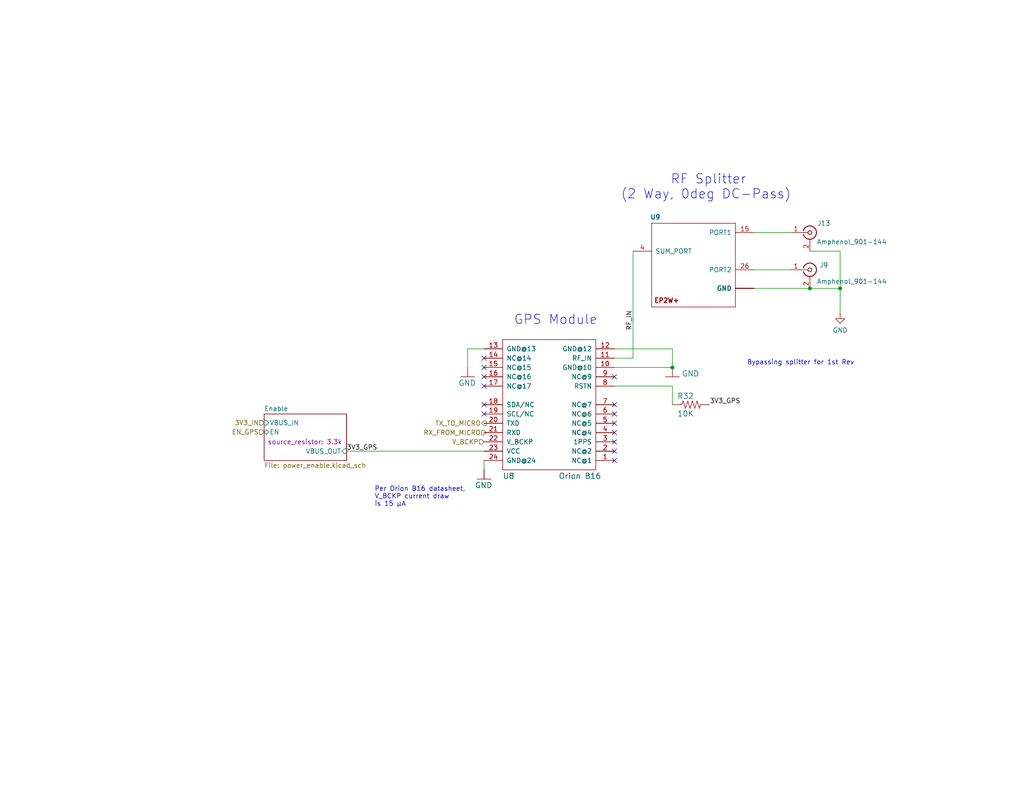
<source format=kicad_sch>
(kicad_sch (version 20231120) (generator "eeschema") (generator_version "8.0")
  (paper "A")
  (title_block (title "√g") (date "2024-08-05") (rev "1.0.1") (company "Stanford Student Space Initiative") (comment 1 "RE: Flynn Dreilinger"))
  (lib_symbols
    (symbol "Connector:Conn_Coaxial" (pin_names (offset 1.016) hide)
      (property "Reference" "J" (at 0.254 3.048 0))
      (property "Value" "Conn_Coaxial" (at 2.921 0 90))
      (symbol "Conn_Coaxial_0_1"
        (arc (start -1.778 -0.508) (mid 0.2311 -1.8066) (end 1.778 0) (stroke (width 0.254)))
        (polyline (pts (xy -2.54 0) (xy -0.508 0)))
        (polyline (pts (xy 0 -2.54) (xy 0 -1.778)))
        (circle (center 0 0) (radius 0.508) (stroke (width 0.2032)))
        (arc (start 1.778 0) (mid 0.2099 1.8101) (end -1.778 0.508) (stroke (width 0.254)))
      )
      (symbol "Conn_Coaxial_1_1"
        (pin passive line (at -5.08 0 0) (length 2.54) (name "In") (number "1"))
        (pin passive line (at 0 -5.08 90) (length 2.54) (name "Ext") (number "2"))
      )
    )
    (symbol "mainboard:10KOHM-1_10W-1%(0603)0603" (pin_names (offset 1.016))
      (property "Reference" "R" (at -3.81 1.4986 0))
      (property "Value" "10KOHM-1_10W-1%(0603)0603" (at -3.81 -3.302 0))
      (symbol "10KOHM-1_10W-1%(0603)0603_1_0"
        (polyline (pts (xy -2.54 0) (xy -2.159 1.016)))
        (polyline (pts (xy -2.159 1.016) (xy -1.524 -1.016)))
        (polyline (pts (xy -1.524 -1.016) (xy -0.889 1.016)))
        (polyline (pts (xy -0.889 1.016) (xy -0.254 -1.016)))
        (polyline (pts (xy -0.254 -1.016) (xy 0.381 1.016)))
        (polyline (pts (xy 0.381 1.016) (xy 1.016 -1.016)))
        (polyline (pts (xy 1.016 -1.016) (xy 1.651 1.016)))
        (polyline (pts (xy 1.651 1.016) (xy 2.286 -1.016)))
        (polyline (pts (xy 2.286 -1.016) (xy 2.54 0)))
        (pin passive line (at -5.08 0 0) (length 2.54) (name "1") (number "1"))
        (pin passive line (at 5.08 0 180) (length 2.54) (name "2") (number "2"))
      )
    )
    (symbol "mainboard:EP2W+" (pin_names (offset 1.016))
      (property "Reference" "U" (at -7.62 10.16 0))
      (symbol "EP2W+_1_0"
        (polyline (pts (xy -12.7 -15.24) (xy -12.7 7.62)))
        (polyline (pts (xy -12.7 7.62) (xy 10.16 7.62)))
        (polyline (pts (xy 10.16 -15.24) (xy -12.7 -15.24)))
        (polyline (pts (xy 10.16 7.62) (xy 10.16 -15.24)))
        (text "EP2W+" (at -5.08 -12.7 0) (effects (font (size 1.27 1.27) (bold yes)) (justify right top)))
        (pin bidirectional line (at 15.24 -10.16 180) (length 5.08) (name "GND") (number "1"))
        (pin bidirectional line (at 15.24 -10.16 180) (length 5.08) (name "GND") (number "10"))
        (pin bidirectional line (at 15.24 -10.16 180) (length 5.08) (name "GND") (number "11"))
        (pin bidirectional line (at 15.24 -10.16 180) (length 5.08) (name "GND") (number "12"))
        (pin bidirectional line (at 15.24 -10.16 180) (length 5.08) (name "GND") (number "13"))
        (pin bidirectional line (at 15.24 -10.16 180) (length 5.08) (name "GND") (number "14"))
        (pin bidirectional line (at 15.24 5.08 180) (length 5.08) (name "PORT1") (number "15"))
        (pin bidirectional line (at 15.24 -10.16 180) (length 5.08) (name "GND") (number "16"))
        (pin bidirectional line (at 15.24 -10.16 180) (length 5.08) (name "GND") (number "17"))
        (pin bidirectional line (at 15.24 -10.16 180) (length 5.08) (name "GND") (number "18"))
        (pin bidirectional line (at 15.24 -10.16 180) (length 5.08) (name "GND") (number "19"))
        (pin bidirectional line (at 15.24 -10.16 180) (length 5.08) (name "GND") (number "2"))
        (pin bidirectional line (at 15.24 -10.16 180) (length 5.08) (name "GND") (number "20"))
        (pin bidirectional line (at 15.24 -10.16 180) (length 5.08) (name "GND") (number "21"))
        (pin bidirectional line (at 15.24 -10.16 180) (length 5.08) (name "GND") (number "22"))
        (pin bidirectional line (at 15.24 -10.16 180) (length 5.08) (name "GND") (number "23"))
        (pin bidirectional line (at 15.24 -10.16 180) (length 5.08) (name "GND") (number "24"))
        (pin bidirectional line (at 15.24 -10.16 180) (length 5.08) (name "GND") (number "25"))
        (pin bidirectional line (at 15.24 -5.08 180) (length 5.08) (name "PORT2") (number "26"))
        (pin bidirectional line (at 15.24 -10.16 180) (length 5.08) (name "GND") (number "27"))
        (pin bidirectional line (at 15.24 -10.16 180) (length 5.08) (name "GND") (number "28"))
        (pin bidirectional line (at 15.24 -10.16 180) (length 5.08) (name "GND") (number "29"))
        (pin bidirectional line (at 15.24 -10.16 180) (length 5.08) (name "GND") (number "3"))
        (pin bidirectional line (at 15.24 -10.16 180) (length 5.08) (name "GND") (number "30"))
        (pin bidirectional line (at 15.24 -10.16 180) (length 5.08) (name "GND") (number "31"))
        (pin bidirectional line (at 15.24 -10.16 180) (length 5.08) (name "GND") (number "32"))
        (pin bidirectional line (at -17.78 0 0) (length 5.08) (name "SUM_PORT") (number "4"))
        (pin bidirectional line (at 15.24 -10.16 180) (length 5.08) (name "GND") (number "5"))
        (pin bidirectional line (at 15.24 -10.16 180) (length 5.08) (name "GND") (number "6"))
        (pin bidirectional line (at 15.24 -10.16 180) (length 5.08) (name "GND") (number "7"))
        (pin bidirectional line (at 15.24 -10.16 180) (length 5.08) (name "GND") (number "8"))
        (pin bidirectional line (at 15.24 -10.16 180) (length 5.08) (name "GND") (number "9"))
        (pin bidirectional line (at 15.24 -10.16 180) (length 5.08) (name "GND") (number "EP"))
      )
    )
    (symbol "mainboard:GND" (power) (pin_names (offset 1.016))
      (property "Value" "GND" (at -2.54 -2.54 0))
      (symbol "GND_1_0"
        (polyline (pts (xy -1.905 0) (xy 1.905 0)))
        (pin power_in line (at 0 2.54 270) (length 2.54) (name "GND") (number "1"))
      )
    )
    (symbol "mainboard:S1216V8" (pin_names (offset 1.016))
      (property "Reference" "U14" (at -12.7 -20.32 0))
      (property "Value" "S1216V8" (at 2.54 -20.32 0))
      (symbol "S1216V8_1_0"
        (polyline (pts (xy -12.7 -17.78) (xy 12.7 -17.78)))
        (polyline (pts (xy -12.7 17.78) (xy -12.7 -17.78)))
        (polyline (pts (xy 12.7 -17.78) (xy 12.7 17.78)))
        (polyline (pts (xy 12.7 17.78) (xy -12.7 17.78)))
        (pin bidirectional line (at 17.78 -15.24 180) (length 5.08) (name "NC@1") (number "1"))
        (pin bidirectional line (at 17.78 10.16 180) (length 5.08) (name "GND@10") (number "10"))
        (pin bidirectional line (at 17.78 12.7 180) (length 5.08) (name "RF_IN") (number "11"))
        (pin bidirectional line (at 17.78 15.24 180) (length 5.08) (name "GND@12") (number "12"))
        (pin bidirectional line (at -17.78 15.24 0) (length 5.08) (name "GND@13") (number "13"))
        (pin bidirectional line (at -17.78 12.7 0) (length 5.08) (name "NC@14") (number "14"))
        (pin bidirectional line (at -17.78 10.16 0) (length 5.08) (name "NC@15") (number "15"))
        (pin bidirectional line (at -17.78 7.62 0) (length 5.08) (name "NC@16") (number "16"))
        (pin bidirectional line (at -17.78 5.08 0) (length 5.08) (name "NC@17") (number "17"))
        (pin bidirectional line (at -17.78 0 0) (length 5.08) (name "SDA/NC") (number "18"))
        (pin bidirectional line (at -17.78 -2.54 0) (length 5.08) (name "SCL/NC") (number "19"))
        (pin bidirectional line (at 17.78 -12.7 180) (length 5.08) (name "NC@2") (number "2"))
        (pin bidirectional line (at -17.78 -5.08 0) (length 5.08) (name "TXD") (number "20"))
        (pin bidirectional line (at -17.78 -7.62 0) (length 5.08) (name "RXD") (number "21"))
        (pin bidirectional line (at -17.78 -10.16 0) (length 5.08) (name "V_BCKP") (number "22"))
        (pin bidirectional line (at -17.78 -12.7 0) (length 5.08) (name "VCC") (number "23"))
        (pin bidirectional line (at -17.78 -15.24 0) (length 5.08) (name "GND@24") (number "24"))
        (pin bidirectional line (at 17.78 -10.16 180) (length 5.08) (name "1PPS") (number "3"))
        (pin bidirectional line (at 17.78 -7.62 180) (length 5.08) (name "NC@4") (number "4"))
        (pin bidirectional line (at 17.78 -5.08 180) (length 5.08) (name "NC@5") (number "5"))
        (pin bidirectional line (at 17.78 -2.54 180) (length 5.08) (name "NC@6") (number "6"))
        (pin bidirectional line (at 17.78 0 180) (length 5.08) (name "NC@7") (number "7"))
        (pin bidirectional line (at 17.78 5.08 180) (length 5.08) (name "RSTN") (number "8"))
        (pin bidirectional line (at 17.78 7.62 180) (length 5.08) (name "NC@9") (number "9"))
      )
    )
    (symbol "power:GND" (power) (pin_numbers hide) (pin_names (offset 0) hide)
      (property "Value" "GND" (at 0 -3.81 0))
      (symbol "GND_0_1"
        (polyline (pts (xy 0 0) (xy 0 -1.27) (xy 1.27 -1.27) (xy 0 -2.54) (xy -1.27 -1.27) (xy 0 -1.27)))
      )
      (symbol "GND_1_1"
        (pin power_in line (at 0 0 270) (length 0) (name "~") (number "1"))
      )
    )
  )
  (junction (at 229.235 78.74))
  (junction (at 220.98 78.74))
  (junction (at 183.4642 100.33))
  (no_connect (at 132.08 113.03))
  (no_connect (at 167.64 115.57))
  (no_connect (at 132.08 100.33))
  (no_connect (at 167.64 118.11))
  (no_connect (at 167.64 120.65))
  (no_connect (at 132.08 97.79))
  (no_connect (at 132.08 105.41))
  (no_connect (at 167.64 113.03))
  (no_connect (at 132.08 102.87))
  (no_connect (at 167.64 102.87))
  (no_connect (at 132.08 110.49))
  (no_connect (at 167.64 125.73))
  (no_connect (at 167.64 110.49))
  (no_connect (at 167.64 123.19))
  (wire (pts (xy 167.64 105.41) (xy 183.4642 105.41)))
  (wire (pts (xy 94.5642 123.19) (xy 132.08 123.19)))
  (wire (pts (xy 183.4642 95.25) (xy 183.4642 100.33)))
  (wire (pts (xy 205.74 73.66) (xy 215.9 73.66)))
  (wire (pts (xy 127.5842 95.25) (xy 127.5842 100.33)))
  (wire (pts (xy 172.72 68.58) (xy 172.72 97.79)))
  (wire (pts (xy 132.08 125.73) (xy 132.08 128.27)))
  (wire (pts (xy 205.74 63.5) (xy 215.9 63.5)))
  (wire (pts (xy 132.08 115.57) (xy 132.6642 115.57)))
  (wire (pts (xy 183.4642 100.33) (xy 167.64 100.33)))
  (wire (pts (xy 132.08 95.25) (xy 127.5842 95.25)))
  (wire (pts (xy 229.235 78.74) (xy 229.235 85.725)))
  (wire (pts (xy 205.74 78.74) (xy 220.98 78.74)))
  (wire (pts (xy 183.4642 105.41) (xy 183.4642 110.49)))
  (wire (pts (xy 167.64 97.79) (xy 172.72 97.79)))
  (wire (pts (xy 167.64 95.25) (xy 183.4642 95.25)))
  (wire (pts (xy 229.235 78.74) (xy 220.98 78.74)))
  (wire (pts (xy 229.235 68.58) (xy 229.235 78.74)))
  (wire (pts (xy 132.08 118.11) (xy 132.6642 118.11)))
  (wire (pts (xy 229.235 68.58) (xy 220.98 68.58)))
  (text "       RF Splitter \n(2 Way, 0deg DC-Pass)" (at 169.3672 54.61 0) (effects (font (size 2.54 2.54)) (justify left bottom)))
  (text "GPS Module" (at 140.1572 88.9 0) (effects (font (size 2.54 2.54)) (justify left bottom)))
  (text "Bypassing splitter for 1st Rev" (at 218.44 99.06 0) (effects (font (size 1.27 1.27))))
  (text "Per Orion B16 datasheet, \nV_BCKP current draw \nis 15 μA" (at 102.1842 138.43 0) (effects (font (size 1.27 1.27)) (justify left bottom)))
  (label "RF_IN" (at 172.72 90.17 90))
  (label "3V3_GPS" (at 193.6242 110.49 0))
  (label "3V3_GPS" (at 94.5642 123.19 0))
  (hierarchical_label "V_BCKP" (shape input) (at 132.08 120.65 180))
  (hierarchical_label "TX_TO_MICRO" (shape output) (at 132.6642 115.57 180))
  (hierarchical_label "RX_FROM_MICRO" (shape input) (at 132.6642 118.11 180))
  (hierarchical_label "EN_GPS" (shape input) (at 72.0852 117.9576 180))
  (hierarchical_label "3V3_IN" (shape input) (at 72.0852 115.4176 180))
  (symbol (lib_id "Connector:Conn_Coaxial") (at 220.98 73.66 0) (unit 1)
    (property "Reference" "J9" (at 224.79 72.39 0))
    (property "Value" "Amphenol_901-144" (at 232.41 76.835 0))
    (property "Footprint" "Connector_Coaxial:SMA_Amphenol_901-144_Vertical" (effects (hide yes)))
    (property "Datasheet" "https://www.amphenolrf.com/library/download/link/link_id/593640/parent/901-144/" (effects (hide yes)))
    (property "Description" "Amphenol RF SMA" (effects (hide yes)))
    (property "Flight" "901-144" (effects (hide yes)))
    (property "Manufacturer_Name" "Amphenol" (effects (hide yes)))
    (property "Manufacturer_Part_Number" "901-144" (effects (hide yes)))
    (property "Proto" "901-144" (effects (hide yes)))
  )
  (symbol (lib_id "power:GND") (at 229.235 85.725 0) (unit 1)
    (property "Reference" "#PWR034" (effects (hide yes)))
    (property "Value" "GND" (at 229.235 90.17 0))
    (property "Description" "Power symbol creates a global label with name \"GND\" , ground" (effects (hide yes)))
  )
  (symbol (lib_id "Connector:Conn_Coaxial") (at 220.98 63.5 0) (unit 1)
    (property "Reference" "J13" (at 224.79 60.96 0))
    (property "Value" "Amphenol_901-144" (at 232.41 66.04 0))
    (property "Footprint" "Connector_Coaxial:SMA_Amphenol_901-144_Vertical" (effects (hide yes)))
    (property "Datasheet" "https://www.amphenolrf.com/library/download/link/link_id/593640/parent/901-144/" (effects (hide yes)))
    (property "Description" "Amphenol RF SMA" (effects (hide yes)))
    (property "Flight" "901-144" (effects (hide yes)))
    (property "Manufacturer_Name" "Amphenol" (effects (hide yes)))
    (property "Manufacturer_Part_Number" "901-144" (effects (hide yes)))
    (property "Proto" "901-144" (effects (hide yes)))
  )
  (symbol (lib_id "mainboard:GND") (at 132.08 130.81 0) (unit 1)
    (property "Reference" "#GND015" (effects (hide yes)))
    (property "Value" "GND" (at 129.54 133.35 0) (effects (font (size 1.4986 1.4986)) (justify left bottom)))
    (instances (project "adcs-hardware" (path "" (reference "#GND015") (unit 1))) (project "sqrt_of_g_temp" (path "" (reference "#GND013") (unit 1))) (project "mainboard" (path "" (reference "#GND?") (unit 1))))
  )
  (symbol (lib_id "mainboard:10KOHM-1_10W-1%(0603)0603") (at 188.5442 110.49 0) (unit 1)
    (property "Reference" "R32" (at 184.7342 108.9914 0) (effects (font (size 1.4986 1.4986)) (justify left bottom)))
    (property "Value" "10K" (at 184.7342 113.792 0) (effects (font (size 1.4986 1.4986)) (justify left bottom)))
    (property "Footprint" "Resistor_SMD:R_0402_1005Metric" (effects (hide yes)))
    (property "Description" "10K 0603" (effects (hide yes)))
    (instances (project "adcs-hardware" (path "" (reference "R32") (unit 1))) (project "sqrt_of_g_temp" (path "" (reference "R22") (unit 1))) (project "mainboard" (path "" (reference "R?") (unit 1))))
  )
  (symbol (lib_id "mainboard:S1216V8") (at 149.86 110.49 0) (unit 1)
    (property "Reference" "U8" (at 137.16 130.81 0) (effects (font (size 1.4986 1.4986)) (justify left bottom)))
    (property "Value" "Orion B16" (at 152.4 130.81 0) (effects (font (size 1.4986 1.4986)) (justify left bottom)))
    (property "Footprint" "mainboard:S1216_24PIN_PACKAGE" (effects (hide yes)))
    (property "Datasheet" "${KIPRJMOD}/../datasheets/Orion_B16_FLIGHT.pdf" (effects (hide yes)))
    (property "Manufacturer_Name" "SkyTraq" (effects (hide yes)))
    (property "Unit Price" "850.0" (effects (hide yes)))
    (property "Unit Price (Proto)" "6.80" (effects (hide yes)))
    (property "Flight" "B16" (effects (hide yes)))
    (instances (project "adcs-hardware" (path "" (reference "U8") (unit 1))) (project "sqrt_of_g_temp" (path "" (reference "U7") (unit 1))) (project "mainboard" (path "" (reference "U?") (unit 1))))
  )
  (symbol (lib_id "mainboard:GND") (at 127.5842 102.87 0) (unit 1)
    (property "Reference" "#GND014" (effects (hide yes)))
    (property "Value" "GND" (at 125.0442 105.41 0) (effects (font (size 1.4986 1.4986)) (justify left bottom)))
    (instances (project "adcs-hardware" (path "" (reference "#GND014") (unit 1))) (project "sqrt_of_g_temp" (path "" (reference "#GND012") (unit 1))) (project "mainboard" (path "" (reference "#GND?") (unit 1))))
  )
  (symbol (lib_id "mainboard:GND") (at 183.4642 102.87 0) (unit 1)
    (property "Reference" "#GND016" (effects (hide yes)))
    (property "Value" "GND" (at 186.0042 102.87 0) (effects (font (size 1.4986 1.4986)) (justify left bottom)))
    (instances (project "adcs-hardware" (path "" (reference "#GND016") (unit 1))) (project "sqrt_of_g_temp" (path "" (reference "#GND014") (unit 1))) (project "mainboard" (path "" (reference "#GND?") (unit 1))))
  )
  (symbol (lib_id "mainboard:EP2W+") (at 190.5 68.58 0) (unit 1)
    (property "Reference" "U9" (at 180.34 58.42 0) (effects (font (bold yes)) (justify right top)))
    (property "Value" "EP2W+" (effects (hide yes)))
    (property "Footprint" "mainboard:QFN32-5X5MM" (effects (hide yes)))
    (property "Datasheet" "${KIPRJMOD}/../datasheets/EP2W1+.pdf" (effects (hide yes)))
    (property "Description" "RF Splitter DC-Pass" (effects (hide yes)))
    (property "Flight" "EP2W+" (effects (hide yes)))
    (property "Manufacturer_Name" "Mini Circuits" (effects (hide yes)))
    (property "Unit Price" "24.92" (effects (hide yes)))
    (instances (project "adcs-hardware" (path "" (reference "U9") (unit 1))) (project "sqrt_of_g_temp" (path "" (reference "U8") (unit 1))) (project "mainboard" (path "" (reference "U?") (unit 1))))
  )
  (sheet (at 72.0852 113.03) (size 22.479 12.7) (stroke (width 0.1524))
    (property "Sheetname" "Enable" (at 72.0852 112.3184 0) (effects (justify left bottom)))
    (property "Sheetfile" "power_enable.kicad_sch" (at 72.0852 126.3146 0) (effects (justify left top)))
    (property "source_resistor" "3.3k" (at 83.185 120.65 0) (show_name yes))
    (pin "VBUS_IN" input (at 72.0852 115.4176 180))
    (pin "EN" bidirectional (at 72.0852 117.9576 180))
    (pin "VBUS_OUT" input (at 94.5642 123.19 0))
  )
)
</source>
